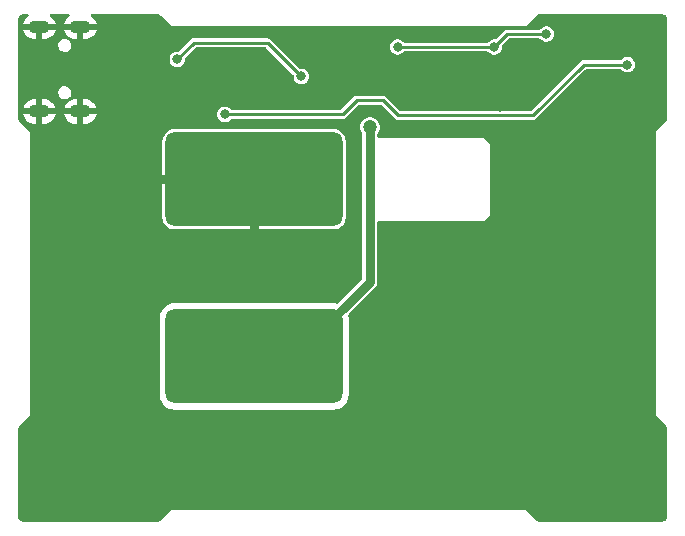
<source format=gbr>
%TF.GenerationSoftware,KiCad,Pcbnew,7.0.10*%
%TF.CreationDate,2024-01-15T16:35:47+11:00*%
%TF.ProjectId,cphp82001-pcb,63706870-3832-4303-9031-2d7063622e6b,3.1*%
%TF.SameCoordinates,Original*%
%TF.FileFunction,Copper,L2,Bot*%
%TF.FilePolarity,Positive*%
%FSLAX46Y46*%
G04 Gerber Fmt 4.6, Leading zero omitted, Abs format (unit mm)*
G04 Created by KiCad (PCBNEW 7.0.10) date 2024-01-15 16:35:47*
%MOMM*%
%LPD*%
G01*
G04 APERTURE LIST*
G04 Aperture macros list*
%AMRoundRect*
0 Rectangle with rounded corners*
0 $1 Rounding radius*
0 $2 $3 $4 $5 $6 $7 $8 $9 X,Y pos of 4 corners*
0 Add a 4 corners polygon primitive as box body*
4,1,4,$2,$3,$4,$5,$6,$7,$8,$9,$2,$3,0*
0 Add four circle primitives for the rounded corners*
1,1,$1+$1,$2,$3*
1,1,$1+$1,$4,$5*
1,1,$1+$1,$6,$7*
1,1,$1+$1,$8,$9*
0 Add four rect primitives between the rounded corners*
20,1,$1+$1,$2,$3,$4,$5,0*
20,1,$1+$1,$4,$5,$6,$7,0*
20,1,$1+$1,$6,$7,$8,$9,0*
20,1,$1+$1,$8,$9,$2,$3,0*%
G04 Aperture macros list end*
%TA.AperFunction,SMDPad,CuDef*%
%ADD10RoundRect,0.800000X-6.700000X3.200000X-6.700000X-3.200000X6.700000X-3.200000X6.700000X3.200000X0*%
%TD*%
%TA.AperFunction,ComponentPad*%
%ADD11O,1.800000X1.100000*%
%TD*%
%TA.AperFunction,ViaPad*%
%ADD12C,0.800000*%
%TD*%
%TA.AperFunction,ViaPad*%
%ADD13C,1.200000*%
%TD*%
%TA.AperFunction,Conductor*%
%ADD14C,0.800000*%
%TD*%
%TA.AperFunction,Conductor*%
%ADD15C,0.250000*%
%TD*%
G04 APERTURE END LIST*
D10*
%TO.P,J3,1,Pin_1*%
%TO.N,/GND*%
X20500000Y-14500000D03*
%TD*%
%TO.P,J2,1,Pin_1*%
%TO.N,/VOUT*%
X20500000Y-29500000D03*
%TD*%
D11*
%TO.P,J1,6,Shield*%
%TO.N,/GND*%
X5800000Y-1600000D03*
X2330000Y-1600000D03*
X5800000Y-8750000D03*
X2330000Y-8750000D03*
%TD*%
D12*
%TO.N,/GND*%
X24600000Y-3600000D03*
X24600000Y-2300000D03*
X33300000Y-2400000D03*
X41350000Y-8350000D03*
X42150000Y-3300000D03*
X41350000Y-10000000D03*
X37700000Y-10000000D03*
X39600000Y-10000000D03*
D13*
%TO.N,/VOUT*%
X30300000Y-10100000D03*
D12*
%TO.N,/GND*%
X38200000Y-2400000D03*
X39600000Y-2400000D03*
X39600000Y-4100000D03*
X30100000Y-2400000D03*
X31400000Y-2400000D03*
X38200000Y-5000000D03*
X30100000Y-5000000D03*
X31400000Y-5900000D03*
X31400000Y-4800000D03*
X31400000Y-3700000D03*
X39600000Y-6300000D03*
X39600000Y-5200000D03*
%TO.N,/EN*%
X32650000Y-3300000D03*
X40850000Y-3300000D03*
X45250000Y-2200000D03*
%TO.N,/GND*%
X5000000Y-32500000D03*
X5000000Y-22000000D03*
X2500000Y-42000000D03*
X20400000Y-6500000D03*
X4500000Y-13500000D03*
X28500000Y-2400000D03*
X18975000Y-6537500D03*
X44800000Y-9700000D03*
X17500000Y-6500000D03*
X51000000Y-15000000D03*
X52300000Y-8800000D03*
X51000000Y-42000000D03*
X19000000Y-3800000D03*
X46900000Y-9700000D03*
X36000000Y-40500000D03*
X20200000Y-3800000D03*
X50200000Y-2500000D03*
X20000000Y-40500000D03*
X52700000Y-5800000D03*
X51000000Y-22000000D03*
X51000000Y-30000000D03*
X14500000Y-6200000D03*
X28500000Y-3500000D03*
X43400000Y-3300000D03*
%TO.N,/PROG2*%
X14000000Y-4350000D03*
X24500000Y-5800000D03*
%TO.N,/TS*%
X52100000Y-4800000D03*
X18025000Y-9000000D03*
%TD*%
D14*
%TO.N,/GND*%
X20500000Y-14500000D02*
X20500000Y-19500000D01*
D15*
%TO.N,/TS*%
X29200000Y-7800000D02*
X28000000Y-9000000D01*
X28000000Y-9000000D02*
X18025000Y-9000000D01*
X44100000Y-9100000D02*
X32700000Y-9100000D01*
X32700000Y-9100000D02*
X31400000Y-7800000D01*
X48400000Y-4800000D02*
X44100000Y-9100000D01*
X52100000Y-4800000D02*
X48400000Y-4800000D01*
X31400000Y-7800000D02*
X29200000Y-7800000D01*
D14*
%TO.N,/GND*%
X12000000Y-14500000D02*
X20500000Y-14500000D01*
%TO.N,/VOUT*%
X30300000Y-10100000D02*
X30300000Y-23200000D01*
X30300000Y-23200000D02*
X24000000Y-29500000D01*
D15*
%TO.N,/EN*%
X40850000Y-3300000D02*
X32650000Y-3300000D01*
X41950000Y-2200000D02*
X40850000Y-3300000D01*
X45250000Y-2200000D02*
X41950000Y-2200000D01*
%TO.N,/PROG2*%
X15400000Y-2950000D02*
X14000000Y-4350000D01*
X24500000Y-5800000D02*
X21650000Y-2950000D01*
X21650000Y-2950000D02*
X15400000Y-2950000D01*
%TD*%
%TA.AperFunction,Conductor*%
%TO.N,/GND*%
G36*
X1385710Y-519685D02*
G01*
X1431465Y-572489D01*
X1441409Y-641647D01*
X1412384Y-705203D01*
X1397336Y-719853D01*
X1233944Y-853944D01*
X1102732Y-1013826D01*
X1102728Y-1013833D01*
X1005233Y-1196233D01*
X958590Y-1350000D01*
X1955376Y-1350000D01*
X1882455Y-1364505D01*
X1799760Y-1419760D01*
X1744505Y-1502455D01*
X1725102Y-1600000D01*
X1744505Y-1697545D01*
X1799760Y-1780240D01*
X1882455Y-1835495D01*
X1955376Y-1850000D01*
X958590Y-1850000D01*
X1005233Y-2003766D01*
X1102728Y-2186166D01*
X1102732Y-2186173D01*
X1233944Y-2346055D01*
X1393826Y-2477267D01*
X1393833Y-2477271D01*
X1576233Y-2574766D01*
X1774165Y-2634808D01*
X1928415Y-2650000D01*
X2080000Y-2650000D01*
X2080000Y-1850000D01*
X2580000Y-1850000D01*
X2580000Y-2650000D01*
X2731585Y-2650000D01*
X2885834Y-2634808D01*
X3083766Y-2574766D01*
X3266166Y-2477271D01*
X3266173Y-2477267D01*
X3426055Y-2346055D01*
X3557267Y-2186173D01*
X3557271Y-2186166D01*
X3654766Y-2003766D01*
X3701410Y-1850000D01*
X2704624Y-1850000D01*
X2777545Y-1835495D01*
X2860240Y-1780240D01*
X2915495Y-1697545D01*
X2934898Y-1600000D01*
X2915495Y-1502455D01*
X2860240Y-1419760D01*
X2777545Y-1364505D01*
X2704624Y-1350000D01*
X3701410Y-1350000D01*
X3654766Y-1196233D01*
X3557271Y-1013833D01*
X3557267Y-1013826D01*
X3426055Y-853944D01*
X3262664Y-719853D01*
X3223330Y-662108D01*
X3221459Y-592263D01*
X3257646Y-532495D01*
X3320402Y-501779D01*
X3341329Y-500000D01*
X4788671Y-500000D01*
X4855710Y-519685D01*
X4901465Y-572489D01*
X4911409Y-641647D01*
X4882384Y-705203D01*
X4867336Y-719853D01*
X4703944Y-853944D01*
X4572732Y-1013826D01*
X4572728Y-1013833D01*
X4475233Y-1196233D01*
X4428590Y-1350000D01*
X5425376Y-1350000D01*
X5352455Y-1364505D01*
X5269760Y-1419760D01*
X5214505Y-1502455D01*
X5195102Y-1600000D01*
X5214505Y-1697545D01*
X5269760Y-1780240D01*
X5352455Y-1835495D01*
X5425376Y-1850000D01*
X4428590Y-1850000D01*
X4475233Y-2003766D01*
X4572728Y-2186166D01*
X4572732Y-2186173D01*
X4703944Y-2346055D01*
X4854548Y-2469652D01*
X4868585Y-2490260D01*
X4880641Y-2489961D01*
X4907124Y-2500411D01*
X5046233Y-2574766D01*
X5244165Y-2634808D01*
X5398415Y-2650000D01*
X5550000Y-2650000D01*
X5550000Y-1850000D01*
X6050000Y-1850000D01*
X6050000Y-2650000D01*
X6201585Y-2650000D01*
X6355834Y-2634808D01*
X6553766Y-2574766D01*
X6736166Y-2477271D01*
X6736173Y-2477267D01*
X6896055Y-2346055D01*
X7027267Y-2186173D01*
X7027271Y-2186166D01*
X7124766Y-2003766D01*
X7171410Y-1850000D01*
X6174624Y-1850000D01*
X6247545Y-1835495D01*
X6330240Y-1780240D01*
X6385495Y-1697545D01*
X6404898Y-1600000D01*
X6385495Y-1502455D01*
X6330240Y-1419760D01*
X6247545Y-1364505D01*
X6174624Y-1350000D01*
X7171410Y-1350000D01*
X7124766Y-1196233D01*
X7027271Y-1013833D01*
X7027267Y-1013826D01*
X6896055Y-853944D01*
X6732664Y-719853D01*
X6693330Y-662108D01*
X6691459Y-592263D01*
X6727646Y-532495D01*
X6790402Y-501779D01*
X6811329Y-500000D01*
X12284767Y-500000D01*
X12300952Y-501061D01*
X12406116Y-514906D01*
X12437383Y-523284D01*
X12527808Y-560739D01*
X12555842Y-576924D01*
X12640003Y-641503D01*
X12652198Y-652198D01*
X13353547Y-1353548D01*
X13353554Y-1353554D01*
X13500000Y-1500000D01*
X43292886Y-1500000D01*
X43292893Y-1500000D01*
X43500000Y-1500000D01*
X44347809Y-652190D01*
X44359996Y-641503D01*
X44444157Y-576924D01*
X44472191Y-560739D01*
X44562616Y-523284D01*
X44593882Y-514906D01*
X44699048Y-501061D01*
X44715233Y-500000D01*
X54991874Y-500000D01*
X55008059Y-501061D01*
X55113223Y-514906D01*
X55144491Y-523284D01*
X55234918Y-560740D01*
X55262952Y-576925D01*
X55340602Y-636509D01*
X55363491Y-659398D01*
X55423074Y-737048D01*
X55439259Y-765081D01*
X55476715Y-855508D01*
X55485093Y-886775D01*
X55498939Y-991939D01*
X55500000Y-1008125D01*
X55500000Y-9284767D01*
X55498939Y-9300953D01*
X55485093Y-9406117D01*
X55476715Y-9437383D01*
X55439260Y-9527808D01*
X55423075Y-9555842D01*
X55358496Y-9640003D01*
X55347801Y-9652198D01*
X54646451Y-10353547D01*
X54646445Y-10353554D01*
X54646441Y-10353558D01*
X54500000Y-10500000D01*
X54500000Y-34500000D01*
X54646445Y-34646445D01*
X54646451Y-34646452D01*
X55347801Y-35347801D01*
X55358496Y-35359996D01*
X55423075Y-35444157D01*
X55439260Y-35472191D01*
X55476715Y-35562616D01*
X55485093Y-35593882D01*
X55498939Y-35699046D01*
X55500000Y-35715232D01*
X55500000Y-42991874D01*
X55498939Y-43008060D01*
X55485093Y-43113224D01*
X55476715Y-43144491D01*
X55439259Y-43234918D01*
X55423074Y-43262951D01*
X55363491Y-43340601D01*
X55340601Y-43363491D01*
X55262951Y-43423074D01*
X55234918Y-43439259D01*
X55144491Y-43476715D01*
X55113224Y-43485093D01*
X55019398Y-43497446D01*
X55008058Y-43498939D01*
X54991874Y-43500000D01*
X44715233Y-43500000D01*
X44699048Y-43498939D01*
X44686024Y-43497224D01*
X44593882Y-43485093D01*
X44562616Y-43476715D01*
X44472191Y-43439260D01*
X44444157Y-43423075D01*
X44359996Y-43358496D01*
X44347801Y-43347801D01*
X43646452Y-42646451D01*
X43646445Y-42646445D01*
X43500000Y-42500000D01*
X43292893Y-42500000D01*
X43292886Y-42500000D01*
X13707114Y-42500000D01*
X13707107Y-42500000D01*
X13500000Y-42500000D01*
X13353558Y-42646441D01*
X13353554Y-42646445D01*
X13353547Y-42646451D01*
X12652198Y-43347801D01*
X12640003Y-43358496D01*
X12555842Y-43423075D01*
X12527808Y-43439260D01*
X12437383Y-43476715D01*
X12406117Y-43485093D01*
X12312291Y-43497446D01*
X12300951Y-43498939D01*
X12284767Y-43500000D01*
X1008126Y-43500000D01*
X991941Y-43498939D01*
X978917Y-43497224D01*
X886775Y-43485093D01*
X855508Y-43476715D01*
X765081Y-43439259D01*
X737048Y-43423074D01*
X659398Y-43363491D01*
X636508Y-43340601D01*
X576925Y-43262951D01*
X560740Y-43234918D01*
X523284Y-43144491D01*
X514906Y-43113223D01*
X501061Y-43008059D01*
X500000Y-42991874D01*
X500000Y-35715232D01*
X501061Y-35699047D01*
X514906Y-35593883D01*
X523284Y-35562616D01*
X560739Y-35472191D01*
X576924Y-35444157D01*
X641503Y-35359996D01*
X652190Y-35347809D01*
X1353553Y-34646447D01*
X1500000Y-34500000D01*
X1500000Y-32756785D01*
X12499500Y-32756785D01*
X12514364Y-32926687D01*
X12514366Y-32926697D01*
X12573258Y-33146488D01*
X12573261Y-33146497D01*
X12669431Y-33352732D01*
X12669432Y-33352734D01*
X12799954Y-33539141D01*
X12960858Y-33700045D01*
X12960861Y-33700047D01*
X13147266Y-33830568D01*
X13353504Y-33926739D01*
X13573308Y-33985635D01*
X13743214Y-34000499D01*
X13743215Y-34000500D01*
X13743216Y-34000500D01*
X27256785Y-34000500D01*
X27256785Y-34000499D01*
X27426692Y-33985635D01*
X27646496Y-33926739D01*
X27852734Y-33830568D01*
X28039139Y-33700047D01*
X28200047Y-33539139D01*
X28330568Y-33352734D01*
X28426739Y-33146496D01*
X28485635Y-32926692D01*
X28500500Y-32756784D01*
X28500500Y-26243216D01*
X28485635Y-26073308D01*
X28474790Y-26032834D01*
X28476453Y-25962984D01*
X28506882Y-25913062D01*
X30699513Y-23720431D01*
X30712079Y-23710365D01*
X30711925Y-23710178D01*
X30717933Y-23705205D01*
X30717940Y-23705202D01*
X30741227Y-23680402D01*
X30765865Y-23654167D01*
X30768578Y-23651367D01*
X30788911Y-23631035D01*
X30791606Y-23627560D01*
X30799199Y-23618669D01*
X30830448Y-23585393D01*
X30840674Y-23566790D01*
X30851353Y-23550533D01*
X30864362Y-23533764D01*
X30882491Y-23491866D01*
X30887620Y-23481395D01*
X30909627Y-23441368D01*
X30914905Y-23420806D01*
X30921207Y-23402399D01*
X30929635Y-23382927D01*
X30936777Y-23337828D01*
X30939141Y-23326413D01*
X30950500Y-23282177D01*
X30950500Y-23260950D01*
X30952027Y-23241550D01*
X30955346Y-23220596D01*
X30951050Y-23175148D01*
X30950500Y-23163479D01*
X30950500Y-18124000D01*
X30970185Y-18056961D01*
X31022989Y-18011206D01*
X31074500Y-18000000D01*
X40000000Y-18000000D01*
X40500000Y-17500000D01*
X40500000Y-11500000D01*
X40000000Y-11000000D01*
X31074500Y-11000000D01*
X31007461Y-10980315D01*
X30961706Y-10927511D01*
X30950500Y-10876000D01*
X30950500Y-10696197D01*
X30970185Y-10629158D01*
X30982352Y-10613223D01*
X30991859Y-10602665D01*
X31081250Y-10447835D01*
X31136497Y-10277803D01*
X31155185Y-10100000D01*
X31136497Y-9922197D01*
X31096793Y-9800000D01*
X31081252Y-9752170D01*
X31081249Y-9752164D01*
X31023534Y-9652198D01*
X30991859Y-9597335D01*
X30945003Y-9545296D01*
X30872235Y-9464478D01*
X30872232Y-9464476D01*
X30872231Y-9464475D01*
X30872230Y-9464474D01*
X30727593Y-9359388D01*
X30564267Y-9286671D01*
X30564265Y-9286670D01*
X30436594Y-9259533D01*
X30389391Y-9249500D01*
X30210609Y-9249500D01*
X30179954Y-9256015D01*
X30035733Y-9286670D01*
X30035728Y-9286672D01*
X29872408Y-9359387D01*
X29727768Y-9464475D01*
X29608140Y-9597336D01*
X29518750Y-9752164D01*
X29518747Y-9752170D01*
X29463504Y-9922192D01*
X29463503Y-9922194D01*
X29444815Y-10100000D01*
X29463503Y-10277805D01*
X29463504Y-10277807D01*
X29518747Y-10447829D01*
X29518750Y-10447835D01*
X29608141Y-10602665D01*
X29617648Y-10613223D01*
X29647879Y-10676213D01*
X29649500Y-10696197D01*
X29649500Y-22879191D01*
X29629815Y-22946230D01*
X29613181Y-22966872D01*
X27586937Y-24993115D01*
X27525614Y-25026600D01*
X27467163Y-25025209D01*
X27426697Y-25014366D01*
X27426687Y-25014364D01*
X27256785Y-24999500D01*
X27256784Y-24999500D01*
X13743216Y-24999500D01*
X13743215Y-24999500D01*
X13573312Y-25014364D01*
X13573302Y-25014366D01*
X13353511Y-25073258D01*
X13353502Y-25073261D01*
X13147267Y-25169431D01*
X13147265Y-25169432D01*
X12960858Y-25299954D01*
X12799954Y-25460858D01*
X12669432Y-25647265D01*
X12669431Y-25647267D01*
X12573261Y-25853502D01*
X12573258Y-25853511D01*
X12514366Y-26073302D01*
X12514364Y-26073312D01*
X12499500Y-26243214D01*
X12499500Y-32756785D01*
X1500000Y-32756785D01*
X1500000Y-17751584D01*
X12750000Y-17751584D01*
X12765191Y-17905834D01*
X12825233Y-18103766D01*
X12922728Y-18286166D01*
X12922732Y-18286173D01*
X13053944Y-18446055D01*
X13213826Y-18577267D01*
X13213833Y-18577271D01*
X13396233Y-18674766D01*
X13594165Y-18734808D01*
X13748415Y-18750000D01*
X27251585Y-18750000D01*
X27405834Y-18734808D01*
X27603766Y-18674766D01*
X27786166Y-18577271D01*
X27786173Y-18577267D01*
X27946055Y-18446055D01*
X28077267Y-18286173D01*
X28077271Y-18286166D01*
X28174766Y-18103766D01*
X28234808Y-17905834D01*
X28250000Y-17751584D01*
X28250000Y-11248415D01*
X28234808Y-11094165D01*
X28174766Y-10896233D01*
X28077271Y-10713833D01*
X28077267Y-10713826D01*
X27946055Y-10553944D01*
X27786173Y-10422732D01*
X27786166Y-10422728D01*
X27603766Y-10325233D01*
X27405834Y-10265191D01*
X27251585Y-10250000D01*
X13748415Y-10250000D01*
X13594165Y-10265191D01*
X13396233Y-10325233D01*
X13213833Y-10422728D01*
X13213826Y-10422732D01*
X13053944Y-10553944D01*
X12922732Y-10713826D01*
X12922728Y-10713833D01*
X12825233Y-10896233D01*
X12765191Y-11094165D01*
X12750000Y-11248415D01*
X12750000Y-17751584D01*
X1500000Y-17751584D01*
X1500000Y-10500000D01*
X1353554Y-10353554D01*
X1353548Y-10353547D01*
X652198Y-9652198D01*
X641503Y-9640003D01*
X576924Y-9555842D01*
X560739Y-9527808D01*
X523284Y-9437383D01*
X514906Y-9406116D01*
X501061Y-9300952D01*
X500000Y-9284767D01*
X500000Y-9000000D01*
X958590Y-9000000D01*
X1005233Y-9153766D01*
X1102728Y-9336166D01*
X1102732Y-9336173D01*
X1233944Y-9496055D01*
X1393826Y-9627267D01*
X1393833Y-9627271D01*
X1576233Y-9724766D01*
X1774165Y-9784808D01*
X1928415Y-9800000D01*
X2080000Y-9800000D01*
X2080000Y-9000000D01*
X2580000Y-9000000D01*
X2580000Y-9800000D01*
X2731585Y-9800000D01*
X2885834Y-9784808D01*
X3083766Y-9724766D01*
X3266166Y-9627271D01*
X3266173Y-9627267D01*
X3426055Y-9496055D01*
X3557267Y-9336173D01*
X3557271Y-9336166D01*
X3654766Y-9153766D01*
X3701410Y-9000000D01*
X4428590Y-9000000D01*
X4475233Y-9153766D01*
X4572728Y-9336166D01*
X4572732Y-9336173D01*
X4703944Y-9496055D01*
X4863826Y-9627267D01*
X4863833Y-9627271D01*
X5046233Y-9724766D01*
X5244165Y-9784808D01*
X5398415Y-9800000D01*
X5550000Y-9800000D01*
X5550000Y-9000000D01*
X6050000Y-9000000D01*
X6050000Y-9800000D01*
X6201585Y-9800000D01*
X6355834Y-9784808D01*
X6553766Y-9724766D01*
X6736166Y-9627271D01*
X6736173Y-9627267D01*
X6896055Y-9496055D01*
X7027267Y-9336173D01*
X7027271Y-9336166D01*
X7124766Y-9153766D01*
X7171410Y-9000000D01*
X17369722Y-9000000D01*
X17388762Y-9156818D01*
X17438009Y-9286670D01*
X17444780Y-9304523D01*
X17534517Y-9434530D01*
X17652760Y-9539283D01*
X17652762Y-9539284D01*
X17792634Y-9612696D01*
X17946014Y-9650500D01*
X17946015Y-9650500D01*
X18103985Y-9650500D01*
X18257365Y-9612696D01*
X18397240Y-9539283D01*
X18515483Y-9434530D01*
X18519257Y-9429061D01*
X18573537Y-9385071D01*
X18621308Y-9375500D01*
X27948196Y-9375500D01*
X27973641Y-9378139D01*
X27976724Y-9378785D01*
X27984268Y-9380367D01*
X28015676Y-9376451D01*
X28031014Y-9375500D01*
X28031112Y-9375500D01*
X28031114Y-9375500D01*
X28051643Y-9372073D01*
X28056673Y-9371341D01*
X28108626Y-9364866D01*
X28108628Y-9364864D01*
X28116141Y-9362628D01*
X28123606Y-9360066D01*
X28123606Y-9360065D01*
X28123610Y-9360065D01*
X28164417Y-9337981D01*
X28169636Y-9335157D01*
X28174193Y-9332812D01*
X28189102Y-9325522D01*
X28221211Y-9309826D01*
X28221213Y-9309823D01*
X28227594Y-9305268D01*
X28233820Y-9300421D01*
X28233826Y-9300419D01*
X28269293Y-9261890D01*
X28272795Y-9258240D01*
X29319218Y-8211819D01*
X29380541Y-8178334D01*
X29406899Y-8175500D01*
X31193101Y-8175500D01*
X31260140Y-8195185D01*
X31280782Y-8211819D01*
X32397849Y-9328886D01*
X32413978Y-9348747D01*
X32419916Y-9357836D01*
X32444890Y-9377274D01*
X32456422Y-9387459D01*
X32456484Y-9387521D01*
X32473398Y-9399598D01*
X32477504Y-9402660D01*
X32518806Y-9434806D01*
X32518809Y-9434808D01*
X32518811Y-9434809D01*
X32518812Y-9434809D01*
X32525735Y-9438555D01*
X32532802Y-9442011D01*
X32582960Y-9456943D01*
X32587833Y-9458504D01*
X32592380Y-9460065D01*
X32637337Y-9475500D01*
X32645101Y-9476795D01*
X32652911Y-9477768D01*
X32652912Y-9477769D01*
X32652912Y-9477768D01*
X32652913Y-9477769D01*
X32705207Y-9475606D01*
X32710332Y-9475500D01*
X44048196Y-9475500D01*
X44073641Y-9478139D01*
X44076724Y-9478785D01*
X44084268Y-9480367D01*
X44115676Y-9476451D01*
X44131014Y-9475500D01*
X44131112Y-9475500D01*
X44131114Y-9475500D01*
X44151643Y-9472073D01*
X44156673Y-9471341D01*
X44208626Y-9464866D01*
X44208628Y-9464864D01*
X44216141Y-9462628D01*
X44223606Y-9460066D01*
X44223606Y-9460065D01*
X44223610Y-9460065D01*
X44263357Y-9438555D01*
X44269636Y-9435157D01*
X44274193Y-9432812D01*
X44289102Y-9425522D01*
X44321211Y-9409826D01*
X44321213Y-9409823D01*
X44327594Y-9405268D01*
X44333820Y-9400421D01*
X44333826Y-9400419D01*
X44369293Y-9361890D01*
X44372795Y-9358240D01*
X48519218Y-5211819D01*
X48580541Y-5178334D01*
X48606899Y-5175500D01*
X51503692Y-5175500D01*
X51570731Y-5195185D01*
X51605742Y-5229061D01*
X51608163Y-5232569D01*
X51609515Y-5234528D01*
X51609517Y-5234530D01*
X51727760Y-5339283D01*
X51727762Y-5339284D01*
X51867634Y-5412696D01*
X52021014Y-5450500D01*
X52021015Y-5450500D01*
X52178985Y-5450500D01*
X52332365Y-5412696D01*
X52472240Y-5339283D01*
X52590483Y-5234530D01*
X52680220Y-5104523D01*
X52736237Y-4956818D01*
X52755278Y-4800000D01*
X52736237Y-4643182D01*
X52680220Y-4495477D01*
X52590483Y-4365470D01*
X52472240Y-4260717D01*
X52472238Y-4260716D01*
X52472237Y-4260715D01*
X52332365Y-4187303D01*
X52178986Y-4149500D01*
X52178985Y-4149500D01*
X52021015Y-4149500D01*
X52021014Y-4149500D01*
X51867634Y-4187303D01*
X51727762Y-4260715D01*
X51609516Y-4365470D01*
X51607089Y-4368987D01*
X51605742Y-4370938D01*
X51551463Y-4414929D01*
X51503692Y-4424500D01*
X48451804Y-4424500D01*
X48426357Y-4421861D01*
X48415731Y-4419633D01*
X48415730Y-4419633D01*
X48384325Y-4423548D01*
X48368986Y-4424500D01*
X48368884Y-4424500D01*
X48348367Y-4427923D01*
X48343322Y-4428658D01*
X48323196Y-4431167D01*
X48291368Y-4435135D01*
X48283844Y-4437375D01*
X48276388Y-4439935D01*
X48230357Y-4464844D01*
X48225807Y-4467186D01*
X48178791Y-4490171D01*
X48172398Y-4494735D01*
X48166173Y-4499580D01*
X48130729Y-4538082D01*
X48127183Y-4541777D01*
X43980781Y-8688181D01*
X43919458Y-8721666D01*
X43893100Y-8724500D01*
X32906899Y-8724500D01*
X32839860Y-8704815D01*
X32819218Y-8688181D01*
X31702149Y-7571111D01*
X31686022Y-7551252D01*
X31680086Y-7542167D01*
X31680085Y-7542166D01*
X31680084Y-7542164D01*
X31655109Y-7522725D01*
X31643591Y-7512553D01*
X31643515Y-7512477D01*
X31626595Y-7500398D01*
X31622479Y-7497329D01*
X31581189Y-7465190D01*
X31574274Y-7461448D01*
X31567197Y-7457988D01*
X31517043Y-7443056D01*
X31512167Y-7441494D01*
X31462662Y-7424500D01*
X31454923Y-7423208D01*
X31447085Y-7422231D01*
X31396201Y-7424336D01*
X31394806Y-7424394D01*
X31389684Y-7424500D01*
X29251804Y-7424500D01*
X29226359Y-7421861D01*
X29215733Y-7419633D01*
X29215730Y-7419633D01*
X29184325Y-7423548D01*
X29168987Y-7424500D01*
X29168886Y-7424500D01*
X29162800Y-7425515D01*
X29148367Y-7427923D01*
X29143304Y-7428660D01*
X29091374Y-7435134D01*
X29083844Y-7437375D01*
X29076387Y-7439935D01*
X29030373Y-7464837D01*
X29025818Y-7467182D01*
X28978791Y-7490172D01*
X28972381Y-7494748D01*
X28966174Y-7499579D01*
X28930718Y-7538094D01*
X28927172Y-7541789D01*
X27880781Y-8588181D01*
X27819458Y-8621666D01*
X27793100Y-8624500D01*
X18621308Y-8624500D01*
X18554269Y-8604815D01*
X18519257Y-8570938D01*
X18515483Y-8565470D01*
X18397240Y-8460717D01*
X18397238Y-8460716D01*
X18397237Y-8460715D01*
X18257365Y-8387303D01*
X18103986Y-8349500D01*
X18103985Y-8349500D01*
X17946015Y-8349500D01*
X17946014Y-8349500D01*
X17792634Y-8387303D01*
X17652762Y-8460715D01*
X17534516Y-8565471D01*
X17444781Y-8695475D01*
X17444780Y-8695476D01*
X17388762Y-8843181D01*
X17369722Y-8999999D01*
X17369722Y-9000000D01*
X7171410Y-9000000D01*
X6174624Y-9000000D01*
X6247545Y-8985495D01*
X6330240Y-8930240D01*
X6385495Y-8847545D01*
X6404898Y-8750000D01*
X6385495Y-8652455D01*
X6330240Y-8569760D01*
X6247545Y-8514505D01*
X6174624Y-8500000D01*
X7171410Y-8500000D01*
X7124766Y-8346233D01*
X7027271Y-8163833D01*
X7027267Y-8163826D01*
X6896055Y-8003944D01*
X6736173Y-7872732D01*
X6736166Y-7872728D01*
X6553766Y-7775233D01*
X6355834Y-7715191D01*
X6201585Y-7700000D01*
X6050000Y-7700000D01*
X6050000Y-8500000D01*
X5550000Y-8500000D01*
X5550000Y-7700000D01*
X5398415Y-7700000D01*
X5244165Y-7715191D01*
X5046233Y-7775233D01*
X4922738Y-7841243D01*
X4877890Y-7850580D01*
X4862143Y-7874109D01*
X4861364Y-7874753D01*
X4703944Y-8003944D01*
X4572732Y-8163826D01*
X4572728Y-8163833D01*
X4475233Y-8346233D01*
X4428590Y-8500000D01*
X5425376Y-8500000D01*
X5352455Y-8514505D01*
X5269760Y-8569760D01*
X5214505Y-8652455D01*
X5195102Y-8750000D01*
X5214505Y-8847545D01*
X5269760Y-8930240D01*
X5352455Y-8985495D01*
X5425376Y-9000000D01*
X4428590Y-9000000D01*
X3701410Y-9000000D01*
X2704624Y-9000000D01*
X2777545Y-8985495D01*
X2860240Y-8930240D01*
X2915495Y-8847545D01*
X2934898Y-8750000D01*
X2915495Y-8652455D01*
X2860240Y-8569760D01*
X2777545Y-8514505D01*
X2704624Y-8500000D01*
X3701410Y-8500000D01*
X3654766Y-8346233D01*
X3557271Y-8163833D01*
X3557267Y-8163826D01*
X3426055Y-8003944D01*
X3266173Y-7872732D01*
X3266166Y-7872728D01*
X3083766Y-7775233D01*
X2885834Y-7715191D01*
X2731585Y-7700000D01*
X2580000Y-7700000D01*
X2580000Y-8500000D01*
X2080000Y-8500000D01*
X2080000Y-7700000D01*
X1928415Y-7700000D01*
X1774165Y-7715191D01*
X1576233Y-7775233D01*
X1393833Y-7872728D01*
X1393826Y-7872732D01*
X1233944Y-8003944D01*
X1102732Y-8163826D01*
X1102728Y-8163833D01*
X1005233Y-8346233D01*
X958590Y-8500000D01*
X1955376Y-8500000D01*
X1882455Y-8514505D01*
X1799760Y-8569760D01*
X1744505Y-8652455D01*
X1725102Y-8750000D01*
X1744505Y-8847545D01*
X1799760Y-8930240D01*
X1882455Y-8985495D01*
X1955376Y-9000000D01*
X958590Y-9000000D01*
X500000Y-9000000D01*
X500000Y-7212921D01*
X3925619Y-7212921D01*
X3956405Y-7361078D01*
X3956407Y-7361083D01*
X3956408Y-7361085D01*
X4026029Y-7495447D01*
X4026031Y-7495449D01*
X4026032Y-7495451D01*
X4129318Y-7606043D01*
X4129320Y-7606044D01*
X4258618Y-7684672D01*
X4404335Y-7725500D01*
X4404336Y-7725500D01*
X4517659Y-7725500D01*
X4545723Y-7721642D01*
X4629920Y-7710070D01*
X4733298Y-7665165D01*
X4767656Y-7660877D01*
X4777390Y-7643424D01*
X4786024Y-7635701D01*
X4886108Y-7554278D01*
X4973377Y-7430647D01*
X4980255Y-7411293D01*
X5024053Y-7288060D01*
X5024053Y-7288058D01*
X5024054Y-7288056D01*
X5034381Y-7137079D01*
X5018768Y-7061944D01*
X5003594Y-6988921D01*
X5003592Y-6988918D01*
X5003592Y-6988915D01*
X4933971Y-6854553D01*
X4933967Y-6854549D01*
X4933967Y-6854548D01*
X4830681Y-6743956D01*
X4752053Y-6696141D01*
X4701382Y-6665328D01*
X4555665Y-6624500D01*
X4442342Y-6624500D01*
X4442341Y-6624500D01*
X4330082Y-6639929D01*
X4330079Y-6639930D01*
X4191283Y-6700217D01*
X4073889Y-6795724D01*
X3986623Y-6919352D01*
X3986621Y-6919355D01*
X3935946Y-7061939D01*
X3935946Y-7061942D01*
X3925619Y-7212918D01*
X3925619Y-7212921D01*
X500000Y-7212921D01*
X500000Y-4350000D01*
X13344722Y-4350000D01*
X13363762Y-4506818D01*
X13415479Y-4643182D01*
X13419780Y-4654523D01*
X13509517Y-4784530D01*
X13627760Y-4889283D01*
X13627762Y-4889284D01*
X13767634Y-4962696D01*
X13921014Y-5000500D01*
X13921015Y-5000500D01*
X14078985Y-5000500D01*
X14232365Y-4962696D01*
X14243564Y-4956818D01*
X14372240Y-4889283D01*
X14490483Y-4784530D01*
X14580220Y-4654523D01*
X14636237Y-4506818D01*
X14655278Y-4350000D01*
X14649102Y-4299144D01*
X14660561Y-4230224D01*
X14684514Y-4196521D01*
X15519219Y-3361819D01*
X15580542Y-3328334D01*
X15606900Y-3325500D01*
X21443101Y-3325500D01*
X21510140Y-3345185D01*
X21530782Y-3361819D01*
X23815481Y-5646518D01*
X23848966Y-5707841D01*
X23850896Y-5749143D01*
X23844722Y-5799997D01*
X23844722Y-5800000D01*
X23863762Y-5956818D01*
X23919780Y-6104523D01*
X24009517Y-6234530D01*
X24127760Y-6339283D01*
X24127762Y-6339284D01*
X24267634Y-6412696D01*
X24421014Y-6450500D01*
X24421015Y-6450500D01*
X24578985Y-6450500D01*
X24732365Y-6412696D01*
X24872240Y-6339283D01*
X24990483Y-6234530D01*
X25080220Y-6104523D01*
X25136237Y-5956818D01*
X25155278Y-5800000D01*
X25136237Y-5643182D01*
X25080220Y-5495477D01*
X24990483Y-5365470D01*
X24872240Y-5260717D01*
X24872238Y-5260716D01*
X24872237Y-5260715D01*
X24732365Y-5187303D01*
X24578986Y-5149500D01*
X24578985Y-5149500D01*
X24431900Y-5149500D01*
X24364861Y-5129815D01*
X24344219Y-5113181D01*
X22531038Y-3300000D01*
X31994722Y-3300000D01*
X32013762Y-3456818D01*
X32069780Y-3604523D01*
X32159517Y-3734530D01*
X32277760Y-3839283D01*
X32277762Y-3839284D01*
X32417634Y-3912696D01*
X32571014Y-3950500D01*
X32571015Y-3950500D01*
X32728985Y-3950500D01*
X32882365Y-3912696D01*
X33022240Y-3839283D01*
X33140483Y-3734530D01*
X33144257Y-3729061D01*
X33198537Y-3685071D01*
X33246308Y-3675500D01*
X40253692Y-3675500D01*
X40320731Y-3695185D01*
X40355742Y-3729061D01*
X40358163Y-3732569D01*
X40359515Y-3734528D01*
X40359517Y-3734530D01*
X40477760Y-3839283D01*
X40477762Y-3839284D01*
X40617634Y-3912696D01*
X40771014Y-3950500D01*
X40771015Y-3950500D01*
X40928985Y-3950500D01*
X41082365Y-3912696D01*
X41222240Y-3839283D01*
X41340483Y-3734530D01*
X41430220Y-3604523D01*
X41486237Y-3456818D01*
X41505278Y-3300000D01*
X41499102Y-3249144D01*
X41510561Y-3180224D01*
X41534514Y-3146521D01*
X42069219Y-2611819D01*
X42130542Y-2578334D01*
X42156900Y-2575500D01*
X44653692Y-2575500D01*
X44720731Y-2595185D01*
X44755742Y-2629061D01*
X44758163Y-2632569D01*
X44759515Y-2634528D01*
X44759517Y-2634530D01*
X44877760Y-2739283D01*
X44877762Y-2739284D01*
X45017634Y-2812696D01*
X45171014Y-2850500D01*
X45171015Y-2850500D01*
X45328985Y-2850500D01*
X45482365Y-2812696D01*
X45581401Y-2760717D01*
X45622240Y-2739283D01*
X45740483Y-2634530D01*
X45830220Y-2504523D01*
X45886237Y-2356818D01*
X45905278Y-2200000D01*
X45886237Y-2043182D01*
X45830220Y-1895477D01*
X45740483Y-1765470D01*
X45622240Y-1660717D01*
X45622238Y-1660716D01*
X45622237Y-1660715D01*
X45482365Y-1587303D01*
X45328986Y-1549500D01*
X45328985Y-1549500D01*
X45171015Y-1549500D01*
X45171014Y-1549500D01*
X45017634Y-1587303D01*
X44877762Y-1660715D01*
X44759516Y-1765470D01*
X44757089Y-1768987D01*
X44755742Y-1770938D01*
X44701463Y-1814929D01*
X44653692Y-1824500D01*
X42001804Y-1824500D01*
X41976359Y-1821861D01*
X41965732Y-1819633D01*
X41934324Y-1823548D01*
X41918986Y-1824500D01*
X41918886Y-1824500D01*
X41898400Y-1827918D01*
X41893338Y-1828656D01*
X41883699Y-1829857D01*
X41841370Y-1835134D01*
X41833857Y-1837371D01*
X41826386Y-1839936D01*
X41780371Y-1864837D01*
X41775820Y-1867180D01*
X41728792Y-1890171D01*
X41722375Y-1894753D01*
X41716174Y-1899579D01*
X41680718Y-1938094D01*
X41677172Y-1941789D01*
X41005780Y-2613181D01*
X40944457Y-2646666D01*
X40918099Y-2649500D01*
X40771014Y-2649500D01*
X40617634Y-2687303D01*
X40477762Y-2760715D01*
X40359516Y-2865470D01*
X40357089Y-2868987D01*
X40355742Y-2870938D01*
X40301463Y-2914929D01*
X40253692Y-2924500D01*
X33246308Y-2924500D01*
X33179269Y-2904815D01*
X33144257Y-2870938D01*
X33140483Y-2865470D01*
X33022240Y-2760717D01*
X33022238Y-2760716D01*
X33022237Y-2760715D01*
X32882365Y-2687303D01*
X32728986Y-2649500D01*
X32728985Y-2649500D01*
X32571015Y-2649500D01*
X32571014Y-2649500D01*
X32417634Y-2687303D01*
X32277762Y-2760715D01*
X32159516Y-2865471D01*
X32069781Y-2995475D01*
X32069780Y-2995476D01*
X32013762Y-3143181D01*
X31994722Y-3299999D01*
X31994722Y-3300000D01*
X22531038Y-3300000D01*
X21952149Y-2721111D01*
X21936022Y-2701252D01*
X21930086Y-2692167D01*
X21930085Y-2692166D01*
X21930084Y-2692164D01*
X21905109Y-2672725D01*
X21893591Y-2662553D01*
X21893515Y-2662477D01*
X21876595Y-2650398D01*
X21872479Y-2647329D01*
X21831189Y-2615190D01*
X21824274Y-2611448D01*
X21817197Y-2607988D01*
X21767043Y-2593056D01*
X21762167Y-2591494D01*
X21712662Y-2574500D01*
X21704923Y-2573208D01*
X21697085Y-2572231D01*
X21646201Y-2574336D01*
X21644806Y-2574394D01*
X21639684Y-2574500D01*
X15451804Y-2574500D01*
X15426359Y-2571861D01*
X15415732Y-2569633D01*
X15387052Y-2573208D01*
X15384324Y-2573548D01*
X15368986Y-2574500D01*
X15368886Y-2574500D01*
X15348400Y-2577918D01*
X15343338Y-2578656D01*
X15333699Y-2579857D01*
X15291370Y-2585134D01*
X15283857Y-2587371D01*
X15276386Y-2589936D01*
X15230371Y-2614837D01*
X15225820Y-2617180D01*
X15178792Y-2640171D01*
X15172375Y-2644753D01*
X15166174Y-2649579D01*
X15130718Y-2688094D01*
X15127172Y-2691789D01*
X14155780Y-3663181D01*
X14094457Y-3696666D01*
X14068099Y-3699500D01*
X13921014Y-3699500D01*
X13767634Y-3737303D01*
X13627762Y-3810715D01*
X13509516Y-3915471D01*
X13419781Y-4045475D01*
X13419780Y-4045476D01*
X13363762Y-4193181D01*
X13344722Y-4349999D01*
X13344722Y-4350000D01*
X500000Y-4350000D01*
X500000Y-3212921D01*
X3925619Y-3212921D01*
X3956405Y-3361078D01*
X3956407Y-3361083D01*
X3956408Y-3361085D01*
X4026029Y-3495447D01*
X4026031Y-3495449D01*
X4026032Y-3495451D01*
X4129318Y-3606043D01*
X4129320Y-3606044D01*
X4258618Y-3684672D01*
X4404335Y-3725500D01*
X4404336Y-3725500D01*
X4517659Y-3725500D01*
X4545723Y-3721642D01*
X4629920Y-3710070D01*
X4739854Y-3662318D01*
X4768716Y-3649782D01*
X4768716Y-3649781D01*
X4768720Y-3649780D01*
X4886108Y-3554278D01*
X4973377Y-3430647D01*
X4997839Y-3361819D01*
X5024053Y-3288060D01*
X5024053Y-3288058D01*
X5024054Y-3288056D01*
X5034381Y-3137079D01*
X5018768Y-3061944D01*
X5003594Y-2988921D01*
X5003592Y-2988918D01*
X5003592Y-2988915D01*
X4933971Y-2854553D01*
X4933967Y-2854549D01*
X4933967Y-2854548D01*
X4830681Y-2743956D01*
X4784243Y-2715717D01*
X4754223Y-2682762D01*
X4727410Y-2679638D01*
X4711457Y-2671454D01*
X4701386Y-2665330D01*
X4701384Y-2665329D01*
X4701383Y-2665328D01*
X4701382Y-2665328D01*
X4555665Y-2624500D01*
X4442342Y-2624500D01*
X4442341Y-2624500D01*
X4330082Y-2639929D01*
X4330079Y-2639930D01*
X4191283Y-2700217D01*
X4073889Y-2795724D01*
X3986623Y-2919352D01*
X3986621Y-2919355D01*
X3935946Y-3061939D01*
X3935946Y-3061942D01*
X3925619Y-3212918D01*
X3925619Y-3212921D01*
X500000Y-3212921D01*
X500000Y-1008125D01*
X501061Y-991940D01*
X514906Y-886776D01*
X523284Y-855508D01*
X560740Y-765081D01*
X576923Y-737050D01*
X636513Y-659392D01*
X659392Y-636513D01*
X737050Y-576923D01*
X765079Y-560740D01*
X855509Y-523283D01*
X886775Y-514906D01*
X991941Y-501061D01*
X1008126Y-500000D01*
X1318671Y-500000D01*
X1385710Y-519685D01*
G37*
%TD.AperFunction*%
%TD*%
M02*

</source>
